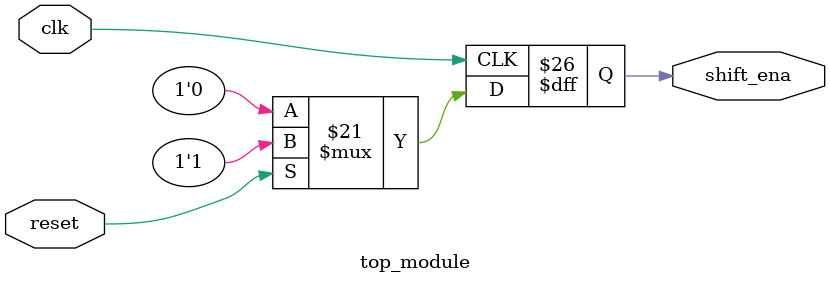
<source format=sv>
module top_module(
    input clk,
    input reset,
    output reg shift_ena);

    reg [1:0] state;
    reg [1:0] next_state;
    
    parameter IDLE = 2'b00;
    parameter SET_SHIFT_ENA = 2'b01;
    
    always @(posedge clk) begin
        if (reset) begin
            state <= IDLE;
            shift_ena <= 1'b1;
        end else begin
            state <= next_state;
            shift_ena <= 1'b0;
        end
    end
    
    always @(state) begin
        case (state)
            IDLE: begin
                if (reset) begin
                    next_state = SET_SHIFT_ENA;
                end else begin
                    next_state = IDLE;
                end
            end
            SET_SHIFT_ENA: begin
                if (reset) begin
                    next_state = SET_SHIFT_ENA;
                end else begin
                    next_state = IDLE;
                end
            end
            default: begin
                next_state = IDLE;
            end
        endcase
    end

endmodule

</source>
